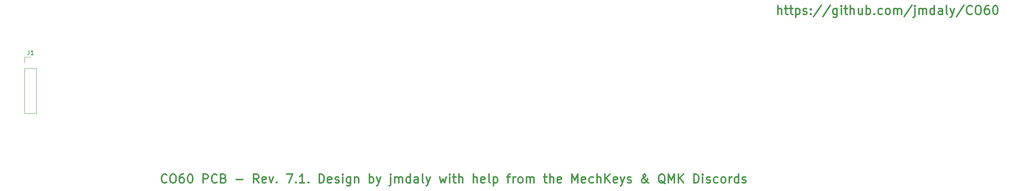
<source format=gto>
G04 #@! TF.GenerationSoftware,KiCad,Pcbnew,5.1.5-52549c5~84~ubuntu16.04.1*
G04 #@! TF.CreationDate,2020-06-07T20:58:01-04:00*
G04 #@! TF.ProjectId,co60,636f3630-2e6b-4696-9361-645f70636258,rev?*
G04 #@! TF.SameCoordinates,PX4b4f718PY8c7ecc0*
G04 #@! TF.FileFunction,Legend,Top*
G04 #@! TF.FilePolarity,Positive*
%FSLAX46Y46*%
G04 Gerber Fmt 4.6, Leading zero omitted, Abs format (unit mm)*
G04 Created by KiCad (PCBNEW 5.1.5-52549c5~84~ubuntu16.04.1) date 2020-06-07 20:58:01*
%MOMM*%
%LPD*%
G04 APERTURE LIST*
%ADD10C,0.300000*%
%ADD11C,0.120000*%
%ADD12C,0.150000*%
G04 APERTURE END LIST*
D10*
X174033780Y74615239D02*
X174033780Y76615239D01*
X174890923Y74615239D02*
X174890923Y75662858D01*
X174795685Y75853334D01*
X174605209Y75948572D01*
X174319495Y75948572D01*
X174129019Y75853334D01*
X174033780Y75758096D01*
X175557590Y75948572D02*
X176319495Y75948572D01*
X175843304Y76615239D02*
X175843304Y74900953D01*
X175938542Y74710477D01*
X176129019Y74615239D01*
X176319495Y74615239D01*
X176700447Y75948572D02*
X177462352Y75948572D01*
X176986161Y76615239D02*
X176986161Y74900953D01*
X177081400Y74710477D01*
X177271876Y74615239D01*
X177462352Y74615239D01*
X178129019Y75948572D02*
X178129019Y73948572D01*
X178129019Y75853334D02*
X178319495Y75948572D01*
X178700447Y75948572D01*
X178890923Y75853334D01*
X178986161Y75758096D01*
X179081400Y75567620D01*
X179081400Y74996191D01*
X178986161Y74805715D01*
X178890923Y74710477D01*
X178700447Y74615239D01*
X178319495Y74615239D01*
X178129019Y74710477D01*
X179843304Y74710477D02*
X180033780Y74615239D01*
X180414733Y74615239D01*
X180605209Y74710477D01*
X180700447Y74900953D01*
X180700447Y74996191D01*
X180605209Y75186667D01*
X180414733Y75281905D01*
X180129019Y75281905D01*
X179938542Y75377143D01*
X179843304Y75567620D01*
X179843304Y75662858D01*
X179938542Y75853334D01*
X180129019Y75948572D01*
X180414733Y75948572D01*
X180605209Y75853334D01*
X181557590Y74805715D02*
X181652828Y74710477D01*
X181557590Y74615239D01*
X181462352Y74710477D01*
X181557590Y74805715D01*
X181557590Y74615239D01*
X181557590Y75853334D02*
X181652828Y75758096D01*
X181557590Y75662858D01*
X181462352Y75758096D01*
X181557590Y75853334D01*
X181557590Y75662858D01*
X183938542Y76710477D02*
X182224257Y74139048D01*
X186033780Y76710477D02*
X184319495Y74139048D01*
X187557590Y75948572D02*
X187557590Y74329524D01*
X187462352Y74139048D01*
X187367114Y74043810D01*
X187176638Y73948572D01*
X186890923Y73948572D01*
X186700447Y74043810D01*
X187557590Y74710477D02*
X187367114Y74615239D01*
X186986161Y74615239D01*
X186795685Y74710477D01*
X186700447Y74805715D01*
X186605209Y74996191D01*
X186605209Y75567620D01*
X186700447Y75758096D01*
X186795685Y75853334D01*
X186986161Y75948572D01*
X187367114Y75948572D01*
X187557590Y75853334D01*
X188509971Y74615239D02*
X188509971Y75948572D01*
X188509971Y76615239D02*
X188414733Y76520000D01*
X188509971Y76424762D01*
X188605209Y76520000D01*
X188509971Y76615239D01*
X188509971Y76424762D01*
X189176638Y75948572D02*
X189938542Y75948572D01*
X189462352Y76615239D02*
X189462352Y74900953D01*
X189557590Y74710477D01*
X189748066Y74615239D01*
X189938542Y74615239D01*
X190605209Y74615239D02*
X190605209Y76615239D01*
X191462352Y74615239D02*
X191462352Y75662858D01*
X191367114Y75853334D01*
X191176638Y75948572D01*
X190890923Y75948572D01*
X190700447Y75853334D01*
X190605209Y75758096D01*
X193271876Y75948572D02*
X193271876Y74615239D01*
X192414733Y75948572D02*
X192414733Y74900953D01*
X192509971Y74710477D01*
X192700447Y74615239D01*
X192986161Y74615239D01*
X193176638Y74710477D01*
X193271876Y74805715D01*
X194224257Y74615239D02*
X194224257Y76615239D01*
X194224257Y75853334D02*
X194414733Y75948572D01*
X194795685Y75948572D01*
X194986161Y75853334D01*
X195081400Y75758096D01*
X195176638Y75567620D01*
X195176638Y74996191D01*
X195081400Y74805715D01*
X194986161Y74710477D01*
X194795685Y74615239D01*
X194414733Y74615239D01*
X194224257Y74710477D01*
X196033780Y74805715D02*
X196129019Y74710477D01*
X196033780Y74615239D01*
X195938542Y74710477D01*
X196033780Y74805715D01*
X196033780Y74615239D01*
X197843304Y74710477D02*
X197652828Y74615239D01*
X197271876Y74615239D01*
X197081400Y74710477D01*
X196986161Y74805715D01*
X196890923Y74996191D01*
X196890923Y75567620D01*
X196986161Y75758096D01*
X197081400Y75853334D01*
X197271876Y75948572D01*
X197652828Y75948572D01*
X197843304Y75853334D01*
X198986161Y74615239D02*
X198795685Y74710477D01*
X198700447Y74805715D01*
X198605209Y74996191D01*
X198605209Y75567620D01*
X198700447Y75758096D01*
X198795685Y75853334D01*
X198986161Y75948572D01*
X199271876Y75948572D01*
X199462352Y75853334D01*
X199557590Y75758096D01*
X199652828Y75567620D01*
X199652828Y74996191D01*
X199557590Y74805715D01*
X199462352Y74710477D01*
X199271876Y74615239D01*
X198986161Y74615239D01*
X200509971Y74615239D02*
X200509971Y75948572D01*
X200509971Y75758096D02*
X200605209Y75853334D01*
X200795685Y75948572D01*
X201081400Y75948572D01*
X201271876Y75853334D01*
X201367114Y75662858D01*
X201367114Y74615239D01*
X201367114Y75662858D02*
X201462352Y75853334D01*
X201652828Y75948572D01*
X201938542Y75948572D01*
X202129019Y75853334D01*
X202224257Y75662858D01*
X202224257Y74615239D01*
X204605209Y76710477D02*
X202890923Y74139048D01*
X205271876Y75948572D02*
X205271876Y74234286D01*
X205176638Y74043810D01*
X204986161Y73948572D01*
X204890923Y73948572D01*
X205271876Y76615239D02*
X205176638Y76520000D01*
X205271876Y76424762D01*
X205367114Y76520000D01*
X205271876Y76615239D01*
X205271876Y76424762D01*
X206224257Y74615239D02*
X206224257Y75948572D01*
X206224257Y75758096D02*
X206319495Y75853334D01*
X206509971Y75948572D01*
X206795685Y75948572D01*
X206986161Y75853334D01*
X207081400Y75662858D01*
X207081400Y74615239D01*
X207081400Y75662858D02*
X207176638Y75853334D01*
X207367114Y75948572D01*
X207652828Y75948572D01*
X207843304Y75853334D01*
X207938542Y75662858D01*
X207938542Y74615239D01*
X209748066Y74615239D02*
X209748066Y76615239D01*
X209748066Y74710477D02*
X209557590Y74615239D01*
X209176638Y74615239D01*
X208986161Y74710477D01*
X208890923Y74805715D01*
X208795685Y74996191D01*
X208795685Y75567620D01*
X208890923Y75758096D01*
X208986161Y75853334D01*
X209176638Y75948572D01*
X209557590Y75948572D01*
X209748066Y75853334D01*
X211557590Y74615239D02*
X211557590Y75662858D01*
X211462352Y75853334D01*
X211271876Y75948572D01*
X210890923Y75948572D01*
X210700447Y75853334D01*
X211557590Y74710477D02*
X211367114Y74615239D01*
X210890923Y74615239D01*
X210700447Y74710477D01*
X210605209Y74900953D01*
X210605209Y75091429D01*
X210700447Y75281905D01*
X210890923Y75377143D01*
X211367114Y75377143D01*
X211557590Y75472381D01*
X212795685Y74615239D02*
X212605209Y74710477D01*
X212509971Y74900953D01*
X212509971Y76615239D01*
X213367114Y75948572D02*
X213843304Y74615239D01*
X214319495Y75948572D02*
X213843304Y74615239D01*
X213652828Y74139048D01*
X213557590Y74043810D01*
X213367114Y73948572D01*
X216509971Y76710477D02*
X214795685Y74139048D01*
X218319495Y74805715D02*
X218224257Y74710477D01*
X217938542Y74615239D01*
X217748066Y74615239D01*
X217462352Y74710477D01*
X217271876Y74900953D01*
X217176638Y75091429D01*
X217081400Y75472381D01*
X217081400Y75758096D01*
X217176638Y76139048D01*
X217271876Y76329524D01*
X217462352Y76520000D01*
X217748066Y76615239D01*
X217938542Y76615239D01*
X218224257Y76520000D01*
X218319495Y76424762D01*
X219557590Y76615239D02*
X219938542Y76615239D01*
X220129019Y76520000D01*
X220319495Y76329524D01*
X220414733Y75948572D01*
X220414733Y75281905D01*
X220319495Y74900953D01*
X220129019Y74710477D01*
X219938542Y74615239D01*
X219557590Y74615239D01*
X219367114Y74710477D01*
X219176638Y74900953D01*
X219081400Y75281905D01*
X219081400Y75948572D01*
X219176638Y76329524D01*
X219367114Y76520000D01*
X219557590Y76615239D01*
X222129019Y76615239D02*
X221748066Y76615239D01*
X221557590Y76520000D01*
X221462352Y76424762D01*
X221271876Y76139048D01*
X221176638Y75758096D01*
X221176638Y74996191D01*
X221271876Y74805715D01*
X221367114Y74710477D01*
X221557590Y74615239D01*
X221938542Y74615239D01*
X222129019Y74710477D01*
X222224257Y74805715D01*
X222319495Y74996191D01*
X222319495Y75472381D01*
X222224257Y75662858D01*
X222129019Y75758096D01*
X221938542Y75853334D01*
X221557590Y75853334D01*
X221367114Y75758096D01*
X221271876Y75662858D01*
X221176638Y75472381D01*
X223557590Y76615239D02*
X223748066Y76615239D01*
X223938542Y76520000D01*
X224033780Y76424762D01*
X224129019Y76234286D01*
X224224257Y75853334D01*
X224224257Y75377143D01*
X224129019Y74996191D01*
X224033780Y74805715D01*
X223938542Y74710477D01*
X223748066Y74615239D01*
X223557590Y74615239D01*
X223367114Y74710477D01*
X223271876Y74805715D01*
X223176638Y74996191D01*
X223081400Y75377143D01*
X223081400Y75853334D01*
X223176638Y76234286D01*
X223271876Y76424762D01*
X223367114Y76520000D01*
X223557590Y76615239D01*
X34723628Y36268115D02*
X34628390Y36172877D01*
X34342676Y36077639D01*
X34152200Y36077639D01*
X33866485Y36172877D01*
X33676009Y36363353D01*
X33580771Y36553829D01*
X33485533Y36934781D01*
X33485533Y37220496D01*
X33580771Y37601448D01*
X33676009Y37791924D01*
X33866485Y37982400D01*
X34152200Y38077639D01*
X34342676Y38077639D01*
X34628390Y37982400D01*
X34723628Y37887162D01*
X35961723Y38077639D02*
X36342676Y38077639D01*
X36533152Y37982400D01*
X36723628Y37791924D01*
X36818866Y37410972D01*
X36818866Y36744305D01*
X36723628Y36363353D01*
X36533152Y36172877D01*
X36342676Y36077639D01*
X35961723Y36077639D01*
X35771247Y36172877D01*
X35580771Y36363353D01*
X35485533Y36744305D01*
X35485533Y37410972D01*
X35580771Y37791924D01*
X35771247Y37982400D01*
X35961723Y38077639D01*
X38533152Y38077639D02*
X38152200Y38077639D01*
X37961723Y37982400D01*
X37866485Y37887162D01*
X37676009Y37601448D01*
X37580771Y37220496D01*
X37580771Y36458591D01*
X37676009Y36268115D01*
X37771247Y36172877D01*
X37961723Y36077639D01*
X38342676Y36077639D01*
X38533152Y36172877D01*
X38628390Y36268115D01*
X38723628Y36458591D01*
X38723628Y36934781D01*
X38628390Y37125258D01*
X38533152Y37220496D01*
X38342676Y37315734D01*
X37961723Y37315734D01*
X37771247Y37220496D01*
X37676009Y37125258D01*
X37580771Y36934781D01*
X39961723Y38077639D02*
X40152200Y38077639D01*
X40342676Y37982400D01*
X40437914Y37887162D01*
X40533152Y37696686D01*
X40628390Y37315734D01*
X40628390Y36839543D01*
X40533152Y36458591D01*
X40437914Y36268115D01*
X40342676Y36172877D01*
X40152200Y36077639D01*
X39961723Y36077639D01*
X39771247Y36172877D01*
X39676009Y36268115D01*
X39580771Y36458591D01*
X39485533Y36839543D01*
X39485533Y37315734D01*
X39580771Y37696686D01*
X39676009Y37887162D01*
X39771247Y37982400D01*
X39961723Y38077639D01*
X43009342Y36077639D02*
X43009342Y38077639D01*
X43771247Y38077639D01*
X43961723Y37982400D01*
X44056961Y37887162D01*
X44152200Y37696686D01*
X44152200Y37410972D01*
X44056961Y37220496D01*
X43961723Y37125258D01*
X43771247Y37030020D01*
X43009342Y37030020D01*
X46152200Y36268115D02*
X46056961Y36172877D01*
X45771247Y36077639D01*
X45580771Y36077639D01*
X45295057Y36172877D01*
X45104580Y36363353D01*
X45009342Y36553829D01*
X44914104Y36934781D01*
X44914104Y37220496D01*
X45009342Y37601448D01*
X45104580Y37791924D01*
X45295057Y37982400D01*
X45580771Y38077639D01*
X45771247Y38077639D01*
X46056961Y37982400D01*
X46152200Y37887162D01*
X47676009Y37125258D02*
X47961723Y37030020D01*
X48056961Y36934781D01*
X48152200Y36744305D01*
X48152200Y36458591D01*
X48056961Y36268115D01*
X47961723Y36172877D01*
X47771247Y36077639D01*
X47009342Y36077639D01*
X47009342Y38077639D01*
X47676009Y38077639D01*
X47866485Y37982400D01*
X47961723Y37887162D01*
X48056961Y37696686D01*
X48056961Y37506210D01*
X47961723Y37315734D01*
X47866485Y37220496D01*
X47676009Y37125258D01*
X47009342Y37125258D01*
X50533152Y36839543D02*
X52056961Y36839543D01*
X55676009Y36077639D02*
X55009342Y37030020D01*
X54533152Y36077639D02*
X54533152Y38077639D01*
X55295057Y38077639D01*
X55485533Y37982400D01*
X55580771Y37887162D01*
X55676009Y37696686D01*
X55676009Y37410972D01*
X55580771Y37220496D01*
X55485533Y37125258D01*
X55295057Y37030020D01*
X54533152Y37030020D01*
X57295057Y36172877D02*
X57104580Y36077639D01*
X56723628Y36077639D01*
X56533152Y36172877D01*
X56437914Y36363353D01*
X56437914Y37125258D01*
X56533152Y37315734D01*
X56723628Y37410972D01*
X57104580Y37410972D01*
X57295057Y37315734D01*
X57390295Y37125258D01*
X57390295Y36934781D01*
X56437914Y36744305D01*
X58056961Y37410972D02*
X58533152Y36077639D01*
X59009342Y37410972D01*
X59771247Y36268115D02*
X59866485Y36172877D01*
X59771247Y36077639D01*
X59676009Y36172877D01*
X59771247Y36268115D01*
X59771247Y36077639D01*
X62056961Y38077639D02*
X63390295Y38077639D01*
X62533152Y36077639D01*
X64152200Y36268115D02*
X64247438Y36172877D01*
X64152200Y36077639D01*
X64056961Y36172877D01*
X64152200Y36268115D01*
X64152200Y36077639D01*
X66152200Y36077639D02*
X65009342Y36077639D01*
X65580771Y36077639D02*
X65580771Y38077639D01*
X65390295Y37791924D01*
X65199819Y37601448D01*
X65009342Y37506210D01*
X67009342Y36268115D02*
X67104580Y36172877D01*
X67009342Y36077639D01*
X66914104Y36172877D01*
X67009342Y36268115D01*
X67009342Y36077639D01*
X69485533Y36077639D02*
X69485533Y38077639D01*
X69961723Y38077639D01*
X70247438Y37982400D01*
X70437914Y37791924D01*
X70533152Y37601448D01*
X70628390Y37220496D01*
X70628390Y36934781D01*
X70533152Y36553829D01*
X70437914Y36363353D01*
X70247438Y36172877D01*
X69961723Y36077639D01*
X69485533Y36077639D01*
X72247438Y36172877D02*
X72056961Y36077639D01*
X71676009Y36077639D01*
X71485533Y36172877D01*
X71390295Y36363353D01*
X71390295Y37125258D01*
X71485533Y37315734D01*
X71676009Y37410972D01*
X72056961Y37410972D01*
X72247438Y37315734D01*
X72342676Y37125258D01*
X72342676Y36934781D01*
X71390295Y36744305D01*
X73104580Y36172877D02*
X73295057Y36077639D01*
X73676009Y36077639D01*
X73866485Y36172877D01*
X73961723Y36363353D01*
X73961723Y36458591D01*
X73866485Y36649067D01*
X73676009Y36744305D01*
X73390295Y36744305D01*
X73199819Y36839543D01*
X73104580Y37030020D01*
X73104580Y37125258D01*
X73199819Y37315734D01*
X73390295Y37410972D01*
X73676009Y37410972D01*
X73866485Y37315734D01*
X74818866Y36077639D02*
X74818866Y37410972D01*
X74818866Y38077639D02*
X74723628Y37982400D01*
X74818866Y37887162D01*
X74914104Y37982400D01*
X74818866Y38077639D01*
X74818866Y37887162D01*
X76628390Y37410972D02*
X76628390Y35791924D01*
X76533152Y35601448D01*
X76437914Y35506210D01*
X76247438Y35410972D01*
X75961723Y35410972D01*
X75771247Y35506210D01*
X76628390Y36172877D02*
X76437914Y36077639D01*
X76056961Y36077639D01*
X75866485Y36172877D01*
X75771247Y36268115D01*
X75676009Y36458591D01*
X75676009Y37030020D01*
X75771247Y37220496D01*
X75866485Y37315734D01*
X76056961Y37410972D01*
X76437914Y37410972D01*
X76628390Y37315734D01*
X77580771Y37410972D02*
X77580771Y36077639D01*
X77580771Y37220496D02*
X77676009Y37315734D01*
X77866485Y37410972D01*
X78152200Y37410972D01*
X78342676Y37315734D01*
X78437914Y37125258D01*
X78437914Y36077639D01*
X80914104Y36077639D02*
X80914104Y38077639D01*
X80914104Y37315734D02*
X81104580Y37410972D01*
X81485533Y37410972D01*
X81676009Y37315734D01*
X81771247Y37220496D01*
X81866485Y37030020D01*
X81866485Y36458591D01*
X81771247Y36268115D01*
X81676009Y36172877D01*
X81485533Y36077639D01*
X81104580Y36077639D01*
X80914104Y36172877D01*
X82533152Y37410972D02*
X83009342Y36077639D01*
X83485533Y37410972D02*
X83009342Y36077639D01*
X82818866Y35601448D01*
X82723628Y35506210D01*
X82533152Y35410972D01*
X85771247Y37410972D02*
X85771247Y35696686D01*
X85676009Y35506210D01*
X85485533Y35410972D01*
X85390295Y35410972D01*
X85771247Y38077639D02*
X85676009Y37982400D01*
X85771247Y37887162D01*
X85866485Y37982400D01*
X85771247Y38077639D01*
X85771247Y37887162D01*
X86723628Y36077639D02*
X86723628Y37410972D01*
X86723628Y37220496D02*
X86818866Y37315734D01*
X87009342Y37410972D01*
X87295057Y37410972D01*
X87485533Y37315734D01*
X87580771Y37125258D01*
X87580771Y36077639D01*
X87580771Y37125258D02*
X87676009Y37315734D01*
X87866485Y37410972D01*
X88152200Y37410972D01*
X88342676Y37315734D01*
X88437914Y37125258D01*
X88437914Y36077639D01*
X90247438Y36077639D02*
X90247438Y38077639D01*
X90247438Y36172877D02*
X90056961Y36077639D01*
X89676009Y36077639D01*
X89485533Y36172877D01*
X89390295Y36268115D01*
X89295057Y36458591D01*
X89295057Y37030020D01*
X89390295Y37220496D01*
X89485533Y37315734D01*
X89676009Y37410972D01*
X90056961Y37410972D01*
X90247438Y37315734D01*
X92056961Y36077639D02*
X92056961Y37125258D01*
X91961723Y37315734D01*
X91771247Y37410972D01*
X91390295Y37410972D01*
X91199819Y37315734D01*
X92056961Y36172877D02*
X91866485Y36077639D01*
X91390295Y36077639D01*
X91199819Y36172877D01*
X91104580Y36363353D01*
X91104580Y36553829D01*
X91199819Y36744305D01*
X91390295Y36839543D01*
X91866485Y36839543D01*
X92056961Y36934781D01*
X93295057Y36077639D02*
X93104580Y36172877D01*
X93009342Y36363353D01*
X93009342Y38077639D01*
X93866485Y37410972D02*
X94342676Y36077639D01*
X94818866Y37410972D02*
X94342676Y36077639D01*
X94152200Y35601448D01*
X94056961Y35506210D01*
X93866485Y35410972D01*
X96914104Y37410972D02*
X97295057Y36077639D01*
X97676009Y37030020D01*
X98056961Y36077639D01*
X98437914Y37410972D01*
X99199819Y36077639D02*
X99199819Y37410972D01*
X99199819Y38077639D02*
X99104580Y37982400D01*
X99199819Y37887162D01*
X99295057Y37982400D01*
X99199819Y38077639D01*
X99199819Y37887162D01*
X99866485Y37410972D02*
X100628390Y37410972D01*
X100152200Y38077639D02*
X100152200Y36363353D01*
X100247438Y36172877D01*
X100437914Y36077639D01*
X100628390Y36077639D01*
X101295057Y36077639D02*
X101295057Y38077639D01*
X102152200Y36077639D02*
X102152200Y37125258D01*
X102056961Y37315734D01*
X101866485Y37410972D01*
X101580771Y37410972D01*
X101390295Y37315734D01*
X101295057Y37220496D01*
X104628390Y36077639D02*
X104628390Y38077639D01*
X105485533Y36077639D02*
X105485533Y37125258D01*
X105390295Y37315734D01*
X105199819Y37410972D01*
X104914104Y37410972D01*
X104723628Y37315734D01*
X104628390Y37220496D01*
X107199819Y36172877D02*
X107009342Y36077639D01*
X106628390Y36077639D01*
X106437914Y36172877D01*
X106342676Y36363353D01*
X106342676Y37125258D01*
X106437914Y37315734D01*
X106628390Y37410972D01*
X107009342Y37410972D01*
X107199819Y37315734D01*
X107295057Y37125258D01*
X107295057Y36934781D01*
X106342676Y36744305D01*
X108437914Y36077639D02*
X108247438Y36172877D01*
X108152200Y36363353D01*
X108152200Y38077639D01*
X109199819Y37410972D02*
X109199819Y35410972D01*
X109199819Y37315734D02*
X109390295Y37410972D01*
X109771247Y37410972D01*
X109961723Y37315734D01*
X110056961Y37220496D01*
X110152200Y37030020D01*
X110152200Y36458591D01*
X110056961Y36268115D01*
X109961723Y36172877D01*
X109771247Y36077639D01*
X109390295Y36077639D01*
X109199819Y36172877D01*
X112247438Y37410972D02*
X113009342Y37410972D01*
X112533152Y36077639D02*
X112533152Y37791924D01*
X112628390Y37982400D01*
X112818866Y38077639D01*
X113009342Y38077639D01*
X113676009Y36077639D02*
X113676009Y37410972D01*
X113676009Y37030020D02*
X113771247Y37220496D01*
X113866485Y37315734D01*
X114056961Y37410972D01*
X114247438Y37410972D01*
X115199819Y36077639D02*
X115009342Y36172877D01*
X114914104Y36268115D01*
X114818866Y36458591D01*
X114818866Y37030020D01*
X114914104Y37220496D01*
X115009342Y37315734D01*
X115199819Y37410972D01*
X115485533Y37410972D01*
X115676009Y37315734D01*
X115771247Y37220496D01*
X115866485Y37030020D01*
X115866485Y36458591D01*
X115771247Y36268115D01*
X115676009Y36172877D01*
X115485533Y36077639D01*
X115199819Y36077639D01*
X116723628Y36077639D02*
X116723628Y37410972D01*
X116723628Y37220496D02*
X116818866Y37315734D01*
X117009342Y37410972D01*
X117295057Y37410972D01*
X117485533Y37315734D01*
X117580771Y37125258D01*
X117580771Y36077639D01*
X117580771Y37125258D02*
X117676009Y37315734D01*
X117866485Y37410972D01*
X118152200Y37410972D01*
X118342676Y37315734D01*
X118437914Y37125258D01*
X118437914Y36077639D01*
X120628390Y37410972D02*
X121390295Y37410972D01*
X120914104Y38077639D02*
X120914104Y36363353D01*
X121009342Y36172877D01*
X121199819Y36077639D01*
X121390295Y36077639D01*
X122056961Y36077639D02*
X122056961Y38077639D01*
X122914104Y36077639D02*
X122914104Y37125258D01*
X122818866Y37315734D01*
X122628390Y37410972D01*
X122342676Y37410972D01*
X122152200Y37315734D01*
X122056961Y37220496D01*
X124628390Y36172877D02*
X124437914Y36077639D01*
X124056961Y36077639D01*
X123866485Y36172877D01*
X123771247Y36363353D01*
X123771247Y37125258D01*
X123866485Y37315734D01*
X124056961Y37410972D01*
X124437914Y37410972D01*
X124628390Y37315734D01*
X124723628Y37125258D01*
X124723628Y36934781D01*
X123771247Y36744305D01*
X127104580Y36077639D02*
X127104580Y38077639D01*
X127771247Y36649067D01*
X128437914Y38077639D01*
X128437914Y36077639D01*
X130152200Y36172877D02*
X129961723Y36077639D01*
X129580771Y36077639D01*
X129390295Y36172877D01*
X129295057Y36363353D01*
X129295057Y37125258D01*
X129390295Y37315734D01*
X129580771Y37410972D01*
X129961723Y37410972D01*
X130152200Y37315734D01*
X130247438Y37125258D01*
X130247438Y36934781D01*
X129295057Y36744305D01*
X131961723Y36172877D02*
X131771247Y36077639D01*
X131390295Y36077639D01*
X131199819Y36172877D01*
X131104580Y36268115D01*
X131009342Y36458591D01*
X131009342Y37030020D01*
X131104580Y37220496D01*
X131199819Y37315734D01*
X131390295Y37410972D01*
X131771247Y37410972D01*
X131961723Y37315734D01*
X132818866Y36077639D02*
X132818866Y38077639D01*
X133676009Y36077639D02*
X133676009Y37125258D01*
X133580771Y37315734D01*
X133390295Y37410972D01*
X133104580Y37410972D01*
X132914104Y37315734D01*
X132818866Y37220496D01*
X134628390Y36077639D02*
X134628390Y38077639D01*
X135771247Y36077639D02*
X134914104Y37220496D01*
X135771247Y38077639D02*
X134628390Y36934781D01*
X137390295Y36172877D02*
X137199819Y36077639D01*
X136818866Y36077639D01*
X136628390Y36172877D01*
X136533152Y36363353D01*
X136533152Y37125258D01*
X136628390Y37315734D01*
X136818866Y37410972D01*
X137199819Y37410972D01*
X137390295Y37315734D01*
X137485533Y37125258D01*
X137485533Y36934781D01*
X136533152Y36744305D01*
X138152200Y37410972D02*
X138628390Y36077639D01*
X139104580Y37410972D02*
X138628390Y36077639D01*
X138437914Y35601448D01*
X138342676Y35506210D01*
X138152200Y35410972D01*
X139771247Y36172877D02*
X139961723Y36077639D01*
X140342676Y36077639D01*
X140533152Y36172877D01*
X140628390Y36363353D01*
X140628390Y36458591D01*
X140533152Y36649067D01*
X140342676Y36744305D01*
X140056961Y36744305D01*
X139866485Y36839543D01*
X139771247Y37030020D01*
X139771247Y37125258D01*
X139866485Y37315734D01*
X140056961Y37410972D01*
X140342676Y37410972D01*
X140533152Y37315734D01*
X144628390Y36077639D02*
X144533152Y36077639D01*
X144342676Y36172877D01*
X144056961Y36458591D01*
X143580771Y37030020D01*
X143390295Y37315734D01*
X143295057Y37601448D01*
X143295057Y37791924D01*
X143390295Y37982400D01*
X143580771Y38077639D01*
X143676009Y38077639D01*
X143866485Y37982400D01*
X143961723Y37791924D01*
X143961723Y37696686D01*
X143866485Y37506210D01*
X143771247Y37410972D01*
X143199819Y37030020D01*
X143104580Y36934781D01*
X143009342Y36744305D01*
X143009342Y36458591D01*
X143104580Y36268115D01*
X143199819Y36172877D01*
X143390295Y36077639D01*
X143676009Y36077639D01*
X143866485Y36172877D01*
X143961723Y36268115D01*
X144247438Y36649067D01*
X144342676Y36934781D01*
X144342676Y37125258D01*
X148342676Y35887162D02*
X148152200Y35982400D01*
X147961723Y36172877D01*
X147676009Y36458591D01*
X147485533Y36553829D01*
X147295057Y36553829D01*
X147390295Y36077639D02*
X147199819Y36172877D01*
X147009342Y36363353D01*
X146914104Y36744305D01*
X146914104Y37410972D01*
X147009342Y37791924D01*
X147199819Y37982400D01*
X147390295Y38077639D01*
X147771247Y38077639D01*
X147961723Y37982400D01*
X148152200Y37791924D01*
X148247438Y37410972D01*
X148247438Y36744305D01*
X148152200Y36363353D01*
X147961723Y36172877D01*
X147771247Y36077639D01*
X147390295Y36077639D01*
X149104580Y36077639D02*
X149104580Y38077639D01*
X149771247Y36649067D01*
X150437914Y38077639D01*
X150437914Y36077639D01*
X151390295Y36077639D02*
X151390295Y38077639D01*
X152533152Y36077639D02*
X151676009Y37220496D01*
X152533152Y38077639D02*
X151390295Y36934781D01*
X154914104Y36077639D02*
X154914104Y38077639D01*
X155390295Y38077639D01*
X155676009Y37982400D01*
X155866485Y37791924D01*
X155961723Y37601448D01*
X156056961Y37220496D01*
X156056961Y36934781D01*
X155961723Y36553829D01*
X155866485Y36363353D01*
X155676009Y36172877D01*
X155390295Y36077639D01*
X154914104Y36077639D01*
X156914104Y36077639D02*
X156914104Y37410972D01*
X156914104Y38077639D02*
X156818866Y37982400D01*
X156914104Y37887162D01*
X157009342Y37982400D01*
X156914104Y38077639D01*
X156914104Y37887162D01*
X157771247Y36172877D02*
X157961723Y36077639D01*
X158342676Y36077639D01*
X158533152Y36172877D01*
X158628390Y36363353D01*
X158628390Y36458591D01*
X158533152Y36649067D01*
X158342676Y36744305D01*
X158056961Y36744305D01*
X157866485Y36839543D01*
X157771247Y37030020D01*
X157771247Y37125258D01*
X157866485Y37315734D01*
X158056961Y37410972D01*
X158342676Y37410972D01*
X158533152Y37315734D01*
X160342676Y36172877D02*
X160152200Y36077639D01*
X159771247Y36077639D01*
X159580771Y36172877D01*
X159485533Y36268115D01*
X159390295Y36458591D01*
X159390295Y37030020D01*
X159485533Y37220496D01*
X159580771Y37315734D01*
X159771247Y37410972D01*
X160152200Y37410972D01*
X160342676Y37315734D01*
X161485533Y36077639D02*
X161295057Y36172877D01*
X161199819Y36268115D01*
X161104580Y36458591D01*
X161104580Y37030020D01*
X161199819Y37220496D01*
X161295057Y37315734D01*
X161485533Y37410972D01*
X161771247Y37410972D01*
X161961723Y37315734D01*
X162056961Y37220496D01*
X162152200Y37030020D01*
X162152200Y36458591D01*
X162056961Y36268115D01*
X161961723Y36172877D01*
X161771247Y36077639D01*
X161485533Y36077639D01*
X163009342Y36077639D02*
X163009342Y37410972D01*
X163009342Y37030020D02*
X163104580Y37220496D01*
X163199819Y37315734D01*
X163390295Y37410972D01*
X163580771Y37410972D01*
X165104580Y36077639D02*
X165104580Y38077639D01*
X165104580Y36172877D02*
X164914104Y36077639D01*
X164533152Y36077639D01*
X164342676Y36172877D01*
X164247438Y36268115D01*
X164152200Y36458591D01*
X164152200Y37030020D01*
X164247438Y37220496D01*
X164342676Y37315734D01*
X164533152Y37410972D01*
X164914104Y37410972D01*
X165104580Y37315734D01*
X165961723Y36172877D02*
X166152199Y36077639D01*
X166533152Y36077639D01*
X166723628Y36172877D01*
X166818866Y36363353D01*
X166818866Y36458591D01*
X166723628Y36649067D01*
X166533152Y36744305D01*
X166247438Y36744305D01*
X166056961Y36839543D01*
X165961723Y37030020D01*
X165961723Y37125258D01*
X166056961Y37315734D01*
X166247438Y37410972D01*
X166533152Y37410972D01*
X166723628Y37315734D01*
D11*
X2301400Y52030000D02*
X4961400Y52030000D01*
X2301400Y62250000D02*
X2301400Y52030000D01*
X4961400Y62250000D02*
X4961400Y52030000D01*
X2301400Y62250000D02*
X4961400Y62250000D01*
X2301400Y63520000D02*
X2301400Y64850000D01*
X2301400Y64850000D02*
X3631400Y64850000D01*
D12*
X3298066Y66397620D02*
X3298066Y65683334D01*
X3250447Y65540477D01*
X3155209Y65445239D01*
X3012352Y65397620D01*
X2917114Y65397620D01*
X4298066Y65397620D02*
X3726638Y65397620D01*
X4012352Y65397620D02*
X4012352Y66397620D01*
X3917114Y66254762D01*
X3821876Y66159524D01*
X3726638Y66111905D01*
M02*

</source>
